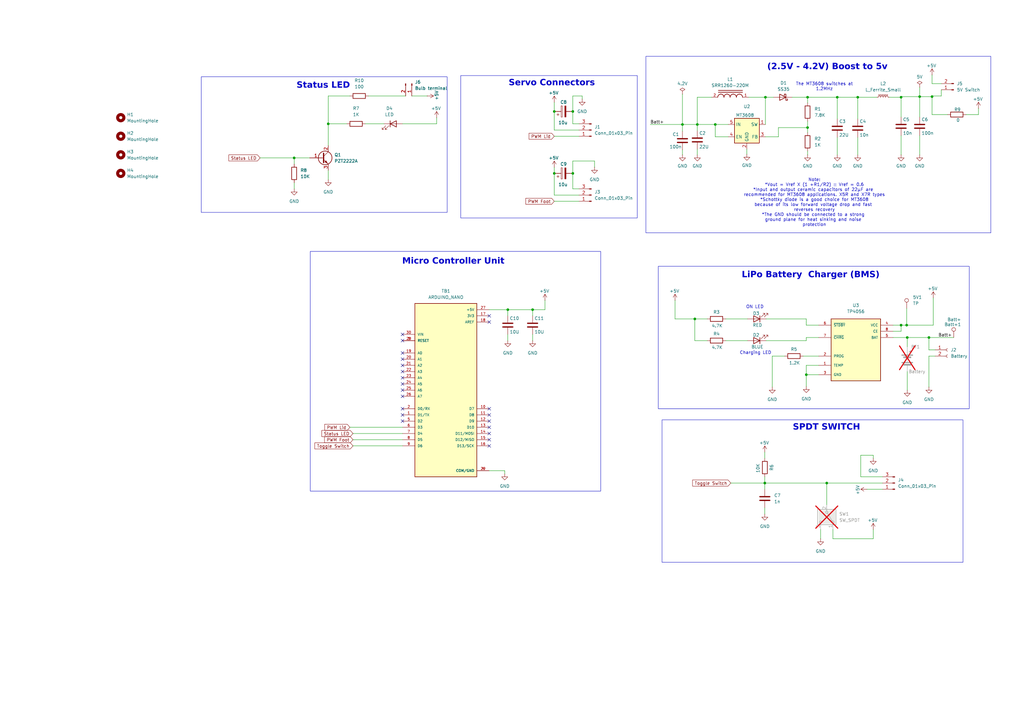
<source format=kicad_sch>
(kicad_sch (version 20231120) (generator "eeschema") (generator_version "8.0")
  (paper "A3")
  (lib_symbols
    (symbol "ARDUINO_NANO:ARDUINO_NANO" (pin_names (offset 1.016))
      (property "Reference" "TB" (at -12.7 35.56 0))
      (property "Value" "ARDUINO_NANO" (at -12.7 -38.1 0))
      (symbol "ARDUINO_NANO_0_0"
        (rectangle (start -12.7 -35.56) (end 12.7 35.56) (stroke (width 0.254)) (fill (type background)))
        (pin bidirectional line (at -17.78 -10.16 0) (length 5.08) (name "D1/TX") (number "1"))
        (pin bidirectional line (at 17.78 -7.62 180) (length 5.08) (name "D7") (number "10"))
        (pin bidirectional line (at 17.78 -10.16 180) (length 5.08) (name "D8") (number "11"))
        (pin bidirectional line (at 17.78 -12.7 180) (length 5.08) (name "D9") (number "12"))
        (pin bidirectional line (at 17.78 -15.24 180) (length 5.08) (name "D10") (number "13"))
        (pin bidirectional line (at 17.78 -17.78 180) (length 5.08) (name "D11/MOSI") (number "14"))
        (pin bidirectional line (at 17.78 -20.32 180) (length 5.08) (name "D12/MISO") (number "15"))
        (pin bidirectional line (at 17.78 -22.86 180) (length 5.08) (name "D13/SCK") (number "16"))
        (pin power_in line (at 17.78 30.48 180) (length 5.08) (name "3V3") (number "17"))
        (pin power_in line (at 17.78 27.94 180) (length 5.08) (name "AREF") (number "18"))
        (pin input line (at -17.78 15.24 0) (length 5.08) (name "A0") (number "19"))
        (pin bidirectional line (at -17.78 -7.62 0) (length 5.08) (name "D0/RX") (number "2"))
        (pin input line (at -17.78 12.7 0) (length 5.08) (name "A1") (number "20"))
        (pin input line (at -17.78 10.16 0) (length 5.08) (name "A2") (number "21"))
        (pin input line (at -17.78 7.62 0) (length 5.08) (name "A3") (number "22"))
        (pin input line (at -17.78 5.08 0) (length 5.08) (name "A4") (number "23"))
        (pin input line (at -17.78 2.54 0) (length 5.08) (name "A5") (number "24"))
        (pin input line (at -17.78 0 0) (length 5.08) (name "A6") (number "25"))
        (pin input line (at -17.78 -2.54 0) (length 5.08) (name "A7") (number "26"))
        (pin power_in line (at 17.78 33.02 180) (length 5.08) (name "+5V") (number "27"))
        (pin input line (at -17.78 20.32 0) (length 5.08) (name "RESET") (number "28"))
        (pin power_in line (at 17.78 -33.02 180) (length 5.08) (name "COM/GND") (number "29"))
        (pin input line (at -17.78 20.32 0) (length 5.08) (name "RESET") (number "3"))
        (pin input line (at -17.78 22.86 0) (length 5.08) (name "VIN") (number "30"))
        (pin power_in line (at 17.78 -33.02 180) (length 5.08) (name "COM/GND") (number "4"))
        (pin bidirectional line (at -17.78 -12.7 0) (length 5.08) (name "D2") (number "5"))
        (pin bidirectional line (at -17.78 -15.24 0) (length 5.08) (name "D3") (number "6"))
        (pin bidirectional line (at -17.78 -17.78 0) (length 5.08) (name "D4") (number "7"))
        (pin bidirectional line (at -17.78 -20.32 0) (length 5.08) (name "D5") (number "8"))
        (pin bidirectional line (at -17.78 -22.86 0) (length 5.08) (name "D6") (number "9"))
      )
    )
    (symbol "Connector:Conn_01x02_Pin" (pin_names (offset 1.016) hide)
      (property "Reference" "J" (at 0 2.54 0))
      (property "Value" "Conn_01x02_Pin" (at 0 -5.08 0))
      (symbol "Conn_01x02_Pin_1_1"
        (polyline (pts (xy 1.27 -2.54) (xy 0.8636 -2.54)) (stroke (width 0.1524)))
        (polyline (pts (xy 1.27 0) (xy 0.8636 0)) (stroke (width 0.1524)))
        (rectangle (start 0.8636 -2.413) (end 0 -2.667) (stroke (width 0.1524)) (fill (type outline)))
        (rectangle (start 0.8636 0.127) (end 0 -0.127) (stroke (width 0.1524)) (fill (type outline)))
        (pin passive line (at 5.08 0 180) (length 3.81) (name "Pin_1") (number "1"))
        (pin passive line (at 5.08 -2.54 180) (length 3.81) (name "Pin_2") (number "2"))
      )
    )
    (symbol "Connector:Conn_01x02_Socket" (pin_names (offset 1.016) hide)
      (property "Reference" "J" (at 0 2.54 0))
      (property "Value" "Conn_01x02_Socket" (at 0 -5.08 0))
      (symbol "Conn_01x02_Socket_1_1"
        (arc (start 0 -2.032) (mid -0.5058 -2.54) (end 0 -3.048) (stroke (width 0.1524)))
        (polyline (pts (xy -1.27 -2.54) (xy -0.508 -2.54)) (stroke (width 0.1524)))
        (polyline (pts (xy -1.27 0) (xy -0.508 0)) (stroke (width 0.1524)))
        (arc (start 0 0.508) (mid -0.5058 0) (end 0 -0.508) (stroke (width 0.1524)))
        (pin passive line (at -5.08 0 0) (length 3.81) (name "Pin_1") (number "1"))
        (pin passive line (at -5.08 -2.54 0) (length 3.81) (name "Pin_2") (number "2"))
      )
    )
    (symbol "Connector:Conn_01x03_Pin" (pin_names (offset 1.016) hide)
      (property "Reference" "J" (at 0 5.08 0))
      (property "Value" "Conn_01x03_Pin" (at 0 -5.08 0))
      (symbol "Conn_01x03_Pin_1_1"
        (polyline (pts (xy 1.27 -2.54) (xy 0.8636 -2.54)) (stroke (width 0.1524)))
        (polyline (pts (xy 1.27 0) (xy 0.8636 0)) (stroke (width 0.1524)))
        (polyline (pts (xy 1.27 2.54) (xy 0.8636 2.54)) (stroke (width 0.1524)))
        (rectangle (start 0.8636 -2.413) (end 0 -2.667) (stroke (width 0.1524)) (fill (type outline)))
        (rectangle (start 0.8636 0.127) (end 0 -0.127) (stroke (width 0.1524)) (fill (type outline)))
        (rectangle (start 0.8636 2.667) (end 0 2.413) (stroke (width 0.1524)) (fill (type outline)))
        (pin passive line (at 5.08 2.54 180) (length 3.81) (name "Pin_1") (number "1"))
        (pin passive line (at 5.08 0 180) (length 3.81) (name "Pin_2") (number "2"))
        (pin passive line (at 5.08 -2.54 180) (length 3.81) (name "Pin_3") (number "3"))
      )
    )
    (symbol "Connector:TestPoint" (pin_numbers hide) (pin_names (offset 0.762) hide)
      (property "Reference" "TP" (at 0 6.858 0))
      (property "Value" "TestPoint" (at 0 5.08 0))
      (symbol "TestPoint_0_1"
        (circle (center 0 3.302) (radius 0.762))
      )
      (symbol "TestPoint_1_1"
        (pin passive line (at 0 0 90) (length 2.54) (name "1") (number "1"))
      )
    )
    (symbol "Device:Battery" (pin_numbers hide) (pin_names (offset 0) hide)
      (property "Reference" "BT" (at 2.54 2.54 0))
      (property "Value" "Battery" (at 2.54 0 0))
      (symbol "Battery_0_1"
        (rectangle (start -2.286 -1.27) (end 2.286 -1.524) (fill (type outline)))
        (rectangle (start -2.286 1.778) (end 2.286 1.524) (fill (type outline)))
        (rectangle (start -1.524 -2.032) (end 1.524 -2.54) (fill (type outline)))
        (rectangle (start -1.524 1.016) (end 1.524 0.508) (fill (type outline)))
        (polyline (pts (xy 0 -1.016) (xy 0 -0.762)))
        (polyline (pts (xy 0 -0.508) (xy 0 -0.254)))
        (polyline (pts (xy 0 0) (xy 0 0.254)))
        (polyline (pts (xy 0 1.778) (xy 0 2.54)))
        (polyline (pts (xy 0.762 3.048) (xy 1.778 3.048)) (stroke (width 0.254)))
        (polyline (pts (xy 1.27 3.556) (xy 1.27 2.54)) (stroke (width 0.254)))
      )
      (symbol "Battery_1_1"
        (pin passive line (at 0 5.08 270) (length 2.54) (name "+") (number "1"))
        (pin passive line (at 0 -5.08 90) (length 2.54) (name "-") (number "2"))
      )
    )
    (symbol "Device:C" (pin_numbers hide) (pin_names (offset 0.254))
      (property "Reference" "C" (at 0.635 2.54 0))
      (property "Value" "C" (at 0.635 -2.54 0))
      (symbol "C_0_1"
        (polyline (pts (xy -2.032 -0.762) (xy 2.032 -0.762)) (stroke (width 0.508)))
        (polyline (pts (xy -2.032 0.762) (xy 2.032 0.762)) (stroke (width 0.508)))
      )
      (symbol "C_1_1"
        (pin passive line (at 0 3.81 270) (length 2.794) (name "~") (number "1"))
        (pin passive line (at 0 -3.81 90) (length 2.794) (name "~") (number "2"))
      )
    )
    (symbol "Device:C_Polarized" (pin_numbers hide) (pin_names (offset 0.254))
      (property "Reference" "C" (at 0.635 2.54 0))
      (property "Value" "C_Polarized" (at 0.635 -2.54 0))
      (symbol "C_Polarized_0_1"
        (rectangle (start -2.286 0.508) (end 2.286 1.016))
        (polyline (pts (xy -1.778 2.286) (xy -0.762 2.286)))
        (polyline (pts (xy -1.27 2.794) (xy -1.27 1.778)))
        (rectangle (start 2.286 -0.508) (end -2.286 -1.016) (fill (type outline)))
      )
      (symbol "C_Polarized_1_1"
        (pin passive line (at 0 3.81 270) (length 2.794) (name "~") (number "1"))
        (pin passive line (at 0 -3.81 90) (length 2.794) (name "~") (number "2"))
      )
    )
    (symbol "Device:LED" (pin_numbers hide) (pin_names (offset 1.016) hide)
      (property "Reference" "D" (at 0 2.54 0))
      (property "Value" "LED" (at 0 -2.54 0))
      (symbol "LED_0_1"
        (polyline (pts (xy -1.27 -1.27) (xy -1.27 1.27)) (stroke (width 0.254)))
        (polyline (pts (xy -1.27 0) (xy 1.27 0)))
        (polyline (pts (xy 1.27 -1.27) (xy 1.27 1.27) (xy -1.27 0) (xy 1.27 -1.27)) (stroke (width 0.254)))
        (polyline (pts (xy -3.048 -0.762) (xy -4.572 -2.286) (xy -3.81 -2.286) (xy -4.572 -2.286) (xy -4.572 -1.524)))
        (polyline (pts (xy -1.778 -0.762) (xy -3.302 -2.286) (xy -2.54 -2.286) (xy -3.302 -2.286) (xy -3.302 -1.524)))
      )
      (symbol "LED_1_1"
        (pin passive line (at -3.81 0 0) (length 2.54) (name "K") (number "1"))
        (pin passive line (at 3.81 0 180) (length 2.54) (name "A") (number "2"))
      )
    )
    (symbol "Device:L_Ferrite_Small" (pin_numbers hide) (pin_names (offset 0.254) hide)
      (property "Reference" "L" (at 1.27 1.016 0))
      (property "Value" "L_Ferrite_Small" (at 1.27 -1.27 0))
      (symbol "L_Ferrite_Small_0_1"
        (arc (start 0 -2.032) (mid 0.5058 -1.524) (end 0 -1.016))
        (arc (start 0 -1.016) (mid 0.5058 -0.508) (end 0 0))
        (polyline (pts (xy 0.762 -1.905) (xy 0.762 -1.651)))
        (polyline (pts (xy 0.762 -1.397) (xy 0.762 -1.143)))
        (polyline (pts (xy 0.762 -0.889) (xy 0.762 -0.635)))
        (polyline (pts (xy 0.762 -0.381) (xy 0.762 -0.127)))
        (polyline (pts (xy 0.762 0.127) (xy 0.762 0.381)))
        (polyline (pts (xy 0.762 0.635) (xy 0.762 0.889)))
        (polyline (pts (xy 0.762 1.143) (xy 0.762 1.397)))
        (polyline (pts (xy 0.762 1.651) (xy 0.762 1.905)))
        (polyline (pts (xy 1.016 -1.651) (xy 1.016 -1.905)))
        (polyline (pts (xy 1.016 -1.143) (xy 1.016 -1.397)))
        (polyline (pts (xy 1.016 -0.635) (xy 1.016 -0.889)))
        (polyline (pts (xy 1.016 -0.127) (xy 1.016 -0.381)))
        (polyline (pts (xy 1.016 0.381) (xy 1.016 0.127)))
        (polyline (pts (xy 1.016 0.889) (xy 1.016 0.635)))
        (polyline (pts (xy 1.016 1.397) (xy 1.016 1.143)))
        (polyline (pts (xy 1.016 1.905) (xy 1.016 1.651)))
        (arc (start 0 0) (mid 0.5058 0.508) (end 0 1.016))
        (arc (start 0 1.016) (mid 0.5058 1.524) (end 0 2.032))
      )
      (symbol "L_Ferrite_Small_1_1"
        (pin passive line (at 0 2.54 270) (length 0.508) (name "~") (number "1"))
        (pin passive line (at 0 -2.54 90) (length 0.508) (name "~") (number "2"))
      )
    )
    (symbol "Device:R" (pin_numbers hide) (pin_names (offset 0))
      (property "Reference" "R" (at 2.032 0 90))
      (property "Value" "R" (at 0 0 90))
      (symbol "R_0_1"
        (rectangle (start -1.016 -2.54) (end 1.016 2.54) (stroke (width 0.254)))
      )
      (symbol "R_1_1"
        (pin passive line (at 0 3.81 270) (length 1.27) (name "~") (number "1"))
        (pin passive line (at 0 -3.81 90) (length 1.27) (name "~") (number "2"))
      )
    )
    (symbol "Diode:SS35" (pin_numbers hide) (pin_names (offset 1.016) hide)
      (property "Reference" "D" (at 0 2.54 0))
      (property "Value" "SS35" (at 0 -2.54 0))
      (symbol "SS35_0_1"
        (polyline (pts (xy 1.27 0) (xy -1.27 0)))
        (polyline (pts (xy 1.27 1.27) (xy 1.27 -1.27) (xy -1.27 0) (xy 1.27 1.27)) (stroke (width 0.254)))
        (polyline (pts (xy -1.905 0.635) (xy -1.905 1.27) (xy -1.27 1.27) (xy -1.27 -1.27) (xy -0.635 -1.27) (xy -0.635 -0.635)) (stroke (width 0.254)))
      )
      (symbol "SS35_1_1"
        (pin passive line (at -3.81 0 0) (length 2.54) (name "K") (number "1"))
        (pin passive line (at 3.81 0 180) (length 2.54) (name "A") (number "2"))
      )
    )
    (symbol "Mechanical:MountingHole" (pin_names (offset 1.016)) (exclude_from_sim yes) (in_bom no)
      (property "Reference" "H" (at 0 5.08 0))
      (property "Value" "MountingHole" (at 0 3.175 0))
      (symbol "MountingHole_0_1"
        (circle (center 0 0) (radius 1.27) (stroke (width 1.27)))
      )
    )
    (symbol "Power inductor:SRR1260-220M" (pin_names (offset 1.016))
      (property "Reference" "L" (at 2.0345 5.8493 0))
      (property "Value" "SRR1260-220M" (at 1.781 -7.633 0))
      (symbol "SRR1260-220M_0_0"
        (arc (start 0 -5.08) (mid 0.898 -4.708) (end 1.27 -3.81) (stroke (width 0.254)))
        (arc (start 0 -2.54) (mid 0.898 -2.168) (end 1.27 -1.27) (stroke (width 0.254)))
        (polyline (pts (xy 2.032 4.826) (xy 2.032 -5.08)) (stroke (width 0.254)))
        (polyline (pts (xy 2.794 4.826) (xy 2.794 -5.08)) (stroke (width 0.254)))
        (arc (start 0 0) (mid 0.898 0.372) (end 1.27 1.27) (stroke (width 0.254)))
        (arc (start 0 2.54) (mid 0.898 2.912) (end 1.27 3.81) (stroke (width 0.254)))
        (arc (start 1.27 -3.81) (mid 0.898 -2.912) (end 0 -2.54) (stroke (width 0.254)))
        (arc (start 1.27 -1.27) (mid 0.898 -0.372) (end 0 0) (stroke (width 0.254)))
        (arc (start 1.27 1.27) (mid 0.898 2.168) (end 0 2.54) (stroke (width 0.254)))
        (arc (start 1.27 3.81) (mid 0.898 4.708) (end 0 5.08) (stroke (width 0.254)))
        (pin passive line (at 0 -7.62 90) (length 2.54) (name "~") (number "1"))
        (pin passive line (at 0 7.62 270) (length 2.54) (name "~") (number "2"))
      )
    )
    (symbol "Regulator_Switching:MT3608"
      (property "Reference" "U" (at -2.54 8.89 0))
      (property "Value" "MT3608" (at -3.81 6.35 0))
      (symbol "MT3608_0_1"
        (rectangle (start -5.08 5.08) (end 5.08 -5.08) (stroke (width 0.254)) (fill (type background)))
      )
      (symbol "MT3608_1_1"
        (pin passive line (at 7.62 2.54 180) (length 2.54) (name "SW") (number "1"))
        (pin power_in line (at 0 -7.62 90) (length 2.54) (name "GND") (number "2"))
        (pin input line (at 7.62 -2.54 180) (length 2.54) (name "FB") (number "3"))
        (pin input line (at -7.62 -2.54 0) (length 2.54) (name "EN") (number "4"))
        (pin power_in line (at -7.62 2.54 0) (length 2.54) (name "IN") (number "5"))
        (pin no_connect line (at 5.08 0 180) (length 2.54) hide (name "NC") (number "6"))
      )
    )
    (symbol "Switch:SW_SPDT" (pin_names (offset 0) hide)
      (property "Reference" "SW" (at 0 5.08 0))
      (property "Value" "SW_SPDT" (at 0 -5.08 0))
      (symbol "SW_SPDT_0_1"
        (circle (center -2.032 0) (radius 0.4572))
        (polyline (pts (xy -1.651 0.254) (xy 1.651 2.286)))
        (circle (center 2.032 -2.54) (radius 0.4572))
        (circle (center 2.032 2.54) (radius 0.4572))
      )
      (symbol "SW_SPDT_1_1"
        (rectangle (start -3.175 3.81) (end 3.175 -3.81) (fill (type background)))
        (pin passive line (at 5.08 2.54 180) (length 2.54) (name "A") (number "1"))
        (pin passive line (at -5.08 0 0) (length 2.54) (name "B") (number "2"))
        (pin passive line (at 5.08 -2.54 180) (length 2.54) (name "C") (number "3"))
      )
    )
    (symbol "TP4056:TP4056" (pin_names (offset 1.016))
      (property "Reference" "U14" (at 0 18.288 0))
      (property "Value" "TP4056" (at 0 15.748 0))
      (symbol "TP4056_0_0"
        (rectangle (start -10.16 12.7) (end 10.16 -12.7) (stroke (width 0.254)) (fill (type background)))
        (pin input line (at -15.24 -6.35 0) (length 5.08) (name "TEMP") (number "1"))
        (pin bidirectional line (at -15.24 -2.54 0) (length 5.08) (name "PROG") (number "2"))
        (pin power_in line (at -15.24 -10.16 0) (length 5.08) (name "GND") (number "3"))
        (pin power_in line (at 15.24 10.16 180) (length 5.08) (name "VCC") (number "4"))
        (pin output line (at 15.24 5.08 180) (length 5.08) (name "BAT") (number "5"))
        (pin output line (at -15.24 10.16 0) (length 5.08) (name "~{STDBY}") (number "6"))
        (pin output line (at -15.24 5.08 0) (length 5.08) (name "~{CHRG}") (number "7"))
        (pin input line (at 15.24 7.62 180) (length 5.08) (name "CE") (number "8"))
      )
    )
    (symbol "Transistor_BJT:PZT2222A" (pin_names (offset 0) hide)
      (property "Reference" "Q" (at 5.08 1.905 0))
      (property "Value" "PZT2222A" (at 5.08 0 0))
      (symbol "PZT2222A_0_1"
        (polyline (pts (xy 0 0) (xy 0.635 0)))
        (polyline (pts (xy 2.54 -2.54) (xy 0.635 -0.635)))
        (polyline (pts (xy 2.54 2.54) (xy 0.635 0.635)))
        (polyline (pts (xy 0.635 1.905) (xy 0.635 -1.905) (xy 0.635 -1.905)) (stroke (width 0.508)))
        (polyline (pts (xy 2.286 -2.286) (xy 1.778 -1.778) (xy 1.778 -1.778)))
        (polyline (pts (xy 1.143 -1.651) (xy 1.651 -1.143) (xy 2.159 -2.159) (xy 1.143 -1.651) (xy 1.143 -1.651)) (fill (type outline)))
        (circle (center 1.27 0) (radius 2.8194) (stroke (width 0.254)))
      )
      (symbol "PZT2222A_1_1"
        (pin input line (at -5.08 0 0) (length 5.08) (name "B") (number "1"))
        (pin passive line (at 2.54 5.08 270) (length 2.54) (name "C") (number "2"))
        (pin passive line (at 2.54 -5.08 90) (length 2.54) (name "E") (number "3"))
      )
    )
    (symbol "power:+5V" (power) (pin_numbers hide) (pin_names (offset 0) hide)
      (property "Value" "+5V" (at 0 3.556 0))
      (symbol "+5V_0_1"
        (polyline (pts (xy -0.762 1.27) (xy 0 2.54)))
        (polyline (pts (xy 0 0) (xy 0 2.54)))
        (polyline (pts (xy 0 2.54) (xy 0.762 1.27)))
      )
      (symbol "+5V_1_1"
        (pin power_in line (at 0 0 90) (length 0) (name "~") (number "1"))
      )
    )
    (symbol "power:GND" (power) (pin_numbers hide) (pin_names (offset 0) hide)
      (property "Value" "GND" (at 0 -3.81 0))
      (symbol "GND_0_1"
        (polyline (pts (xy 0 0) (xy 0 -1.27) (xy 1.27 -1.27) (xy 0 -2.54) (xy -1.27 -1.27) (xy 0 -1.27)))
      )
      (symbol "GND_1_1"
        (pin power_in line (at 0 0 270) (length 0) (name "~") (number "1"))
      )
    )
    (symbol "power:PWR_FLAG" (power) (pin_numbers hide) (pin_names (offset 0) hide)
      (property "Value" "PWR_FLAG" (at 0 3.81 0))
      (symbol "PWR_FLAG_0_0"
        (pin power_out line (at 0 0 90) (length 0) (name "~") (number "1"))
      )
      (symbol "PWR_FLAG_0_1"
        (polyline (pts (xy 0 0) (xy 0 1.27) (xy -1.016 1.905) (xy 0 2.54) (xy 1.016 1.905) (xy 0 1.27)))
      )
    )
  )
  (junction (at 293.37 51.054))
  (junction (at 218.44 127))
  (junction (at 331.216 39.878))
  (junction (at 234.95 45.72))
  (junction (at 208.28 127))
  (junction (at 381 138.43))
  (junction (at 377.19 39.624))
  (junction (at 330.708 153.67))
  (junction (at 351.79 39.878))
  (junction (at 371.856 133.35))
  (junction (at 234.95 71.12))
  (junction (at 313.944 39.878))
  (junction (at 134.62 50.8))
  (junction (at 382.27 39.624))
  (junction (at 369.57 133.35))
  (junction (at 227.33 71.12))
  (junction (at 120.65 64.77))
  (junction (at 227.33 45.72))
  (junction (at 331.216 52.324))
  (junction (at 279.908 51.054))
  (junction (at 286.004 51.054))
  (junction (at 372.11 138.43))
  (junction (at 284.988 130.81))
  (junction (at 313.69 198.12))
  (junction (at 343.408 39.878))
  (junction (at 339.09 198.12))
  (junction (at 369.57 39.878))
  (no_connect (at 165.1 147.32))
  (no_connect (at 165.1 160.02))
  (no_connect (at 200.66 170.18))
  (no_connect (at 200.66 177.8))
  (no_connect (at 200.66 175.26))
  (no_connect (at 165.1 139.7))
  (no_connect (at 200.66 132.08))
  (no_connect (at 165.1 172.72))
  (no_connect (at 200.66 129.54))
  (no_connect (at 165.1 167.64))
  (no_connect (at 200.66 182.88))
  (no_connect (at 200.66 167.64))
  (no_connect (at 165.1 162.56))
  (no_connect (at 165.1 157.48))
  (no_connect (at 165.1 154.94))
  (no_connect (at 200.66 180.34))
  (no_connect (at 165.1 152.4))
  (no_connect (at 165.1 144.78))
  (no_connect (at 165.1 149.86))
  (no_connect (at 165.1 137.16))
  (no_connect (at 165.1 170.18))
  (no_connect (at 200.66 172.72))
  (wire (pts (xy 237.49 77.47) (xy 234.95 77.47)))
  (wire (pts (xy 234.95 71.12) (xy 234.95 66.04)))
  (wire (pts (xy 286.004 39.878) (xy 291.846 39.878)))
  (wire (pts (xy 227.33 55.88) (xy 237.49 55.88)))
  (wire (pts (xy 218.44 137.16) (xy 218.44 139.7)))
  (wire (pts (xy 179.07 50.8) (xy 179.07 48.26)))
  (wire (pts (xy 218.44 127) (xy 223.52 127)))
  (wire (pts (xy 381 158.75) (xy 381 146.05)))
  (wire (pts (xy 266.7 51.054) (xy 279.908 51.054)))
  (wire (pts (xy 134.62 50.8) (xy 134.62 39.37)))
  (wire (pts (xy 329.438 146.05) (xy 335.788 146.05)))
  (wire (pts (xy 391.16 138.43) (xy 381 138.43)))
  (wire (pts (xy 369.57 39.624) (xy 369.57 39.878)))
  (wire (pts (xy 234.95 77.47) (xy 234.95 71.12)))
  (wire (pts (xy 227.33 71.12) (xy 227.33 80.01)))
  (wire (pts (xy 298.704 56.134) (xy 293.37 56.134)))
  (wire (pts (xy 382.27 39.37) (xy 386.08 39.37)))
  (wire (pts (xy 313.69 198.12) (xy 339.09 198.12)))
  (wire (pts (xy 238.76 39.37) (xy 238.76 40.64)))
  (wire (pts (xy 351.79 39.878) (xy 359.664 39.878)))
  (wire (pts (xy 382.27 39.624) (xy 377.19 39.624)))
  (wire (pts (xy 371.856 126.492) (xy 371.856 133.35)))
  (wire (pts (xy 314.198 139.7) (xy 330.708 139.7)))
  (wire (pts (xy 366.268 133.35) (xy 369.57 133.35)))
  (wire (pts (xy 144.78 177.8) (xy 165.1 177.8)))
  (wire (pts (xy 381 138.43) (xy 381 143.51)))
  (wire (pts (xy 227.33 82.55) (xy 237.49 82.55)))
  (wire (pts (xy 371.856 133.35) (xy 382.778 133.35)))
  (wire (pts (xy 369.57 39.624) (xy 377.19 39.624)))
  (wire (pts (xy 372.11 138.43) (xy 381 138.43)))
  (wire (pts (xy 227.33 53.34) (xy 237.49 53.34)))
  (wire (pts (xy 343.408 56.388) (xy 343.408 63.5)))
  (wire (pts (xy 227.33 41.91) (xy 227.33 45.72)))
  (wire (pts (xy 343.408 39.878) (xy 351.79 39.878)))
  (wire (pts (xy 279.908 51.054) (xy 286.004 51.054)))
  (wire (pts (xy 386.08 39.37) (xy 386.08 36.83)))
  (wire (pts (xy 313.69 195.58) (xy 313.69 198.12)))
  (wire (pts (xy 331.216 42.164) (xy 331.216 39.878)))
  (wire (pts (xy 319.278 56.134) (xy 319.278 52.324)))
  (wire (pts (xy 313.944 39.878) (xy 313.944 51.054)))
  (wire (pts (xy 293.37 56.134) (xy 293.37 51.054)))
  (wire (pts (xy 369.57 39.878) (xy 369.57 48.006)))
  (wire (pts (xy 364.744 39.878) (xy 369.57 39.878)))
  (wire (pts (xy 331.216 49.784) (xy 331.216 52.324)))
  (wire (pts (xy 331.216 39.878) (xy 343.408 39.878)))
  (wire (pts (xy 330.708 153.67) (xy 335.788 153.67)))
  (wire (pts (xy 134.62 69.85) (xy 134.62 73.66)))
  (wire (pts (xy 276.86 130.81) (xy 276.86 123.19)))
  (wire (pts (xy 149.86 50.8) (xy 157.48 50.8)))
  (wire (pts (xy 353.06 195.58) (xy 353.06 186.69)))
  (wire (pts (xy 286.004 51.054) (xy 286.004 53.594)))
  (wire (pts (xy 335.788 149.86) (xy 330.708 149.86)))
  (wire (pts (xy 286.004 61.214) (xy 286.004 63.5)))
  (wire (pts (xy 330.708 139.7) (xy 330.708 138.43)))
  (wire (pts (xy 369.57 135.89) (xy 369.57 133.35)))
  (wire (pts (xy 381 143.51) (xy 383.54 143.51)))
  (wire (pts (xy 331.216 61.976) (xy 331.216 63.5)))
  (wire (pts (xy 297.688 139.7) (xy 306.578 139.7)))
  (wire (pts (xy 279.908 61.468) (xy 279.908 63.5)))
  (wire (pts (xy 165.1 50.8) (xy 179.07 50.8)))
  (wire (pts (xy 331.216 52.324) (xy 331.216 54.356)))
  (wire (pts (xy 382.27 34.29) (xy 386.08 34.29)))
  (wire (pts (xy 134.62 50.8) (xy 142.24 50.8)))
  (wire (pts (xy 353.06 186.69) (xy 358.14 186.69)))
  (wire (pts (xy 290.068 139.7) (xy 284.988 139.7)))
  (wire (pts (xy 351.79 56.388) (xy 351.79 63.5)))
  (wire (pts (xy 358.14 220.98) (xy 358.14 217.17)))
  (wire (pts (xy 120.65 64.77) (xy 127 64.77)))
  (wire (pts (xy 299.72 198.12) (xy 313.69 198.12)))
  (wire (pts (xy 351.79 39.878) (xy 351.79 48.768)))
  (wire (pts (xy 372.11 138.43) (xy 372.11 142.24)))
  (wire (pts (xy 227.33 45.72) (xy 227.33 53.34)))
  (wire (pts (xy 151.13 39.37) (xy 166.37 39.37)))
  (wire (pts (xy 144.78 180.34) (xy 165.1 180.34)))
  (wire (pts (xy 290.068 130.81) (xy 284.988 130.81)))
  (wire (pts (xy 106.68 64.77) (xy 120.65 64.77)))
  (wire (pts (xy 313.69 210.82) (xy 313.69 208.28)))
  (wire (pts (xy 388.62 46.99) (xy 382.27 46.99)))
  (wire (pts (xy 366.268 138.43) (xy 372.11 138.43)))
  (wire (pts (xy 208.28 137.16) (xy 208.28 139.7)))
  (wire (pts (xy 313.944 56.134) (xy 319.278 56.134)))
  (wire (pts (xy 307.086 39.878) (xy 313.944 39.878)))
  (wire (pts (xy 330.708 149.86) (xy 330.708 153.67)))
  (wire (pts (xy 339.09 198.12) (xy 361.95 198.12)))
  (wire (pts (xy 284.988 130.81) (xy 276.86 130.81)))
  (wire (pts (xy 341.63 217.17) (xy 341.63 220.98)))
  (wire (pts (xy 314.198 130.81) (xy 330.708 130.81)))
  (wire (pts (xy 396.24 46.99) (xy 401.32 46.99)))
  (wire (pts (xy 369.57 133.35) (xy 371.856 133.35)))
  (wire (pts (xy 382.27 39.624) (xy 382.27 46.99)))
  (wire (pts (xy 330.708 158.496) (xy 330.708 153.67)))
  (wire (pts (xy 336.55 217.17) (xy 336.55 220.98)))
  (wire (pts (xy 369.57 55.626) (xy 369.57 63.5)))
  (wire (pts (xy 279.908 38.608) (xy 279.908 51.054)))
  (wire (pts (xy 313.944 39.878) (xy 317.246 39.878)))
  (wire (pts (xy 343.408 48.768) (xy 343.408 39.878)))
  (wire (pts (xy 298.704 51.054) (xy 293.37 51.054)))
  (wire (pts (xy 297.688 130.81) (xy 306.578 130.81)))
  (wire (pts (xy 330.708 133.35) (xy 335.788 133.35)))
  (wire (pts (xy 208.28 127) (xy 218.44 127)))
  (wire (pts (xy 207.01 193.04) (xy 207.01 194.31)))
  (wire (pts (xy 377.19 48.006) (xy 377.19 39.624)))
  (wire (pts (xy 382.778 122.174) (xy 382.778 133.35)))
  (wire (pts (xy 366.268 135.89) (xy 369.57 135.89)))
  (wire (pts (xy 218.44 127) (xy 218.44 129.54)))
  (wire (pts (xy 134.62 39.37) (xy 143.51 39.37)))
  (wire (pts (xy 175.26 39.37) (xy 168.91 39.37)))
  (wire (pts (xy 234.95 50.8) (xy 234.95 45.72)))
  (wire (pts (xy 200.66 193.04) (xy 207.01 193.04)))
  (wire (pts (xy 200.66 127) (xy 208.28 127)))
  (wire (pts (xy 237.49 50.8) (xy 234.95 50.8)))
  (wire (pts (xy 382.27 39.37) (xy 382.27 39.624)))
  (wire (pts (xy 286.004 51.054) (xy 293.37 51.054)))
  (wire (pts (xy 330.708 130.81) (xy 330.708 133.35)))
  (wire (pts (xy 330.708 138.43) (xy 335.788 138.43)))
  (wire (pts (xy 223.52 127) (xy 223.52 123.19)))
  (wire (pts (xy 339.09 198.12) (xy 339.09 207.01)))
  (wire (pts (xy 120.65 64.77) (xy 120.65 67.31)))
  (wire (pts (xy 324.866 39.878) (xy 331.216 39.878)))
  (wire (pts (xy 227.33 80.01) (xy 237.49 80.01)))
  (wire (pts (xy 319.278 52.324) (xy 331.216 52.324)))
  (wire (pts (xy 234.95 39.37) (xy 238.76 39.37)))
  (wire (pts (xy 134.62 59.69) (xy 134.62 50.8)))
  (wire (pts (xy 316.738 146.05) (xy 316.738 158.75)))
  (wire (pts (xy 313.69 198.12) (xy 313.69 200.66)))
  (wire (pts (xy 341.63 220.98) (xy 358.14 220.98)))
  (wire (pts (xy 143.51 175.26) (xy 165.1 175.26)))
  (wire (pts (xy 381 146.05) (xy 383.54 146.05)))
  (wire (pts (xy 286.004 39.878) (xy 286.004 51.054)))
  (wire (pts (xy 321.818 146.05) (xy 316.738 146.05)))
  (wire (pts (xy 208.28 127) (xy 208.28 129.54)))
  (wire (pts (xy 377.19 35.814) (xy 377.19 39.624)))
  (wire (pts (xy 313.69 185.42) (xy 313.69 187.96)))
  (wire (pts (xy 372.11 152.4) (xy 372.11 160.02)))
  (wire (pts (xy 144.78 182.88) (xy 165.1 182.88)))
  (wire (pts (xy 306.324 61.214) (xy 306.324 63.246)))
  (wire (pts (xy 358.14 186.69) (xy 358.14 187.96)))
  (wire (pts (xy 234.95 66.04) (xy 243.84 66.04)))
  (wire (pts (xy 284.988 139.7) (xy 284.988 130.81)))
  (wire (pts (xy 401.32 46.99) (xy 401.32 44.45)))
  (wire (pts (xy 227.33 68.58) (xy 227.33 71.12)))
  (wire (pts (xy 361.95 195.58) (xy 353.06 195.58)))
  (wire (pts (xy 377.19 55.626) (xy 377.19 63.5)))
  (wire (pts (xy 355.6 200.66) (xy 361.95 200.66)))
  (wire (pts (xy 243.84 66.04) (xy 243.84 68.58)))
  (wire (pts (xy 279.908 51.054) (xy 279.908 53.848)))
  (wire (pts (xy 234.95 45.72) (xy 234.95 39.37)))
  (wire (pts (xy 382.27 30.734) (xy 382.27 34.29)))
  (wire (pts (xy 120.65 74.93) (xy 120.65 77.47)))
  (rectangle (start 127.254 103.124) (end 246.38 201.422))
  (rectangle (start 264.922 23.114) (end 406.4 95.504))
  (rectangle (start 188.976 30.988) (end 261.366 89.408))
  (rectangle (start 270.002 109.22) (end 397.51 167.64))
  (rectangle (start 271.526 172.212) (end 394.97 230.632))
  (rectangle (start 82.55 31.496) (end 183.388 87.122))
  (text "Micro Controller Unit" (at 185.928 107.95 0) (effects (font (size 2.54 2.54) (bold yes))))
  (text "LiPo Battery  Charger (BMS)" (at 332.486 113.538 0) (effects (font (size 2.54 2.54) (bold yes))))
  (text "ON LED" (at 309.626 125.984 0) (effects (font (size 1.27 1.27))))
  (text "SPDT SWITCH " (at 339.598 176.022 0) (effects (font (size 2.54 2.54) (bold yes))))
  (text "(2.5V - 4.2V) Boost to 5v" (at 339.344 28.194 0) (effects (font (size 2.54 2.54) (bold yes))))
  (text "Status LED" (at 132.588 35.814 0) (effects (font (size 2.54 2.54) (bold yes))))
  (text "Servo Connectors\n" (at 226.314 34.798 0) (effects (font (size 2.54 2.54) (bold yes))))
  (text "Note:\n*Vout = Vref X (1 +R1/R2) :: Vref = 0.6\n*Input and output ceramic capacitors of 22μF are \nrecommended for MT3608 applications. X5R and X7R types\n*Schottky diode is a good choice for MT3608\nbecause of its low forward voltage drop and fast \nreverses recovery\n*The GND should be connected to a strong \nground plane for heat sinking and noise \nprotection\n" (at 334.01 83.058 0) (effects (font (size 1.27 1.27))))
  (text "Charging LED" (at 309.88 144.78 0) (effects (font (size 1.27 1.27))))
  (text "The MT3608 switches at \n1.2MHz " (at 338.582 35.56 0) (effects (font (size 1.27 1.27))))
  (label "Batt+" (at 266.7 51.054 0))
  (label "Batt+" (at 384.81 138.43 0))
  (global_label "PWM Foot" (shape input) (at 144.78 180.34 180) (property "Intersheetrefs" "${INTERSHEET_REFS}" (effects (hide yes))))
  (global_label "PWM Lid" (shape input) (at 143.51 175.26 180) (property "Intersheetrefs" "${INTERSHEET_REFS}" (effects (hide yes))))
  (global_label "Toggle Switch" (shape input) (at 299.72 198.12 180) (property "Intersheetrefs" "${INTERSHEET_REFS}" (effects (hide yes))))
  (global_label "Status LED" (shape input) (at 106.68 64.77 180) (property "Intersheetrefs" "${INTERSHEET_REFS}" (effects (hide yes))))
  (global_label "Status LED" (shape input) (at 144.78 177.8 180) (property "Intersheetrefs" "${INTERSHEET_REFS}" (effects (hide yes))))
  (global_label "PWM Lid" (shape input) (at 227.33 55.88 180) (property "Intersheetrefs" "${INTERSHEET_REFS}" (effects (hide yes))))
  (global_label "PWM Foot" (shape input) (at 227.33 82.55 180) (property "Intersheetrefs" "${INTERSHEET_REFS}" (effects (hide yes))))
  (global_label "Toggle Switch" (shape input) (at 144.78 182.88 180) (property "Intersheetrefs" "${INTERSHEET_REFS}" (effects (hide yes))))
  (symbol (lib_id "Mechanical:MountingHole") (at 49.53 48.26 0) (unit 1) (exclude_from_sim yes) (in_bom no)
    (property "Reference" "H1" (at 52.07 46.9899 0) (effects (justify left)))
    (property "Value" "MountingHole" (at 52.07 49.5299 0) (effects (justify left)))
    (property "Footprint" "MountingHole:MountingHole_2.2mm_M2_ISO7380_Pad" (effects (hide yes)))
    (property "Description" "Mounting Hole without connection" (effects (hide yes)))
  )
  (symbol (lib_id "Connector:Conn_01x02_Pin") (at 168.91 34.29 270) (unit 1)
    (property "Reference" "J6" (at 170.18 33.6549 90) (effects (justify left)))
    (property "Value" "Bulb terminal" (at 170.18 36.1949 90) (effects (justify left)))
    (property "Footprint" "Connector_PinHeader_2.54mm:PinHeader_1x02_P2.54mm_Vertical" (effects (hide yes)))
    (property "Description" "Generic connector, single row, 01x02, script generated" (effects (hide yes)))
  )
  (symbol (lib_id "power:+5V") (at 179.07 48.26 0) (unit 1)
    (property "Reference" "#PWR025" (effects (hide yes)))
    (property "Value" "+5V" (at 178.816 44.45 0))
    (property "Description" "Power symbol creates a global label with name \"+5V\"" (effects (hide yes)))
  )
  (symbol (lib_id "power:GND") (at 331.216 63.5 0) (unit 1)
    (property "Reference" "#PWR04" (effects (hide yes)))
    (property "Value" "GND" (at 331.216 68.072 0))
    (property "Description" "Power symbol creates a global label with name \"GND\" , ground" (effects (hide yes)))
  )
  (symbol (lib_id "Device:LED") (at 161.29 50.8 0) (unit 1)
    (property "Reference" "D4" (at 159.7025 44.45 0))
    (property "Value" "LED" (at 159.7025 46.99 0))
    (property "Footprint" "LED_SMD:LED_0603_1608Metric" (effects (hide yes)))
    (property "Description" "Light emitting diode" (effects (hide yes)))
  )
  (symbol (lib_id "Device:R") (at 331.216 45.974 0) (unit 1)
    (property "Reference" "R1" (at 334.01 44.7039 0) (effects (justify left)))
    (property "Value" "7.8K" (at 334.01 47.2439 0) (effects (justify left)))
    (property "Footprint" "Resistor_SMD:R_0603_1608Metric" (effects (hide yes)))
    (property "Description" "Resistor" (effects (hide yes)))
  )
  (symbol (lib_id "Device:C") (at 286.004 57.404 0) (unit 1)
    (property "Reference" "C2" (at 286.766 54.61 0) (effects (justify left)))
    (property "Value" "22U" (at 286.766 60.198 0) (effects (justify left)))
    (property "Footprint" "Capacitor_SMD:C_0603_1608Metric" (effects (hide yes)))
    (property "Description" "Unpolarized capacitor" (effects (hide yes)))
  )
  (symbol (lib_id "power:GND") (at 286.004 63.5 0) (unit 1)
    (property "Reference" "#PWR02" (effects (hide yes)))
    (property "Value" "GND" (at 286.004 68.072 0))
    (property "Description" "Power symbol creates a global label with name \"GND\" , ground" (effects (hide yes)))
  )
  (symbol (lib_id "Device:C") (at 279.908 57.658 0) (unit 1)
    (property "Reference" "C1" (at 275.844 55.118 0) (effects (justify left)))
    (property "Value" "100n" (at 274.574 60.198 0) (effects (justify left)))
    (property "Footprint" "Capacitor_SMD:C_0603_1608Metric" (effects (hide yes)))
    (property "Description" "Unpolarized capacitor" (effects (hide yes)))
  )
  (symbol (lib_id "Connector:Conn_01x02_Socket") (at 388.62 143.51 0) (unit 1)
    (property "Reference" "J2" (at 389.89 143.5099 0) (effects (justify left)))
    (property "Value" "Battery" (at 389.89 146.0499 0) (effects (justify left)))
    (property "Footprint" "Connector_JST:JST_EH_B2B-EH-A_1x02_P2.50mm_Vertical" (effects (hide yes)))
    (property "Description" "Generic connector, single row, 01x02, script generated" (effects (hide yes)))
  )
  (symbol (lib_id "power:GND") (at 343.408 63.5 0) (unit 1)
    (property "Reference" "#PWR05" (effects (hide yes)))
    (property "Value" "GND" (at 343.408 68.072 0))
    (property "Description" "Power symbol creates a global label with name \"GND\" , ground" (effects (hide yes)))
  )
  (symbol (lib_id "Device:C") (at 218.44 133.35 0) (unit 1)
    (property "Reference" "C11" (at 219.202 130.556 0) (effects (justify left)))
    (property "Value" "10U" (at 219.202 136.144 0) (effects (justify left)))
    (property "Footprint" "Capacitor_SMD:C_0603_1608Metric" (effects (hide yes)))
    (property "Description" "Unpolarized capacitor" (effects (hide yes)))
  )
  (symbol (lib_id "power:GND") (at 120.65 77.47 0) (unit 1)
    (property "Reference" "#PWR026" (effects (hide yes)))
    (property "Value" "GND" (at 120.65 82.55 0))
    (property "Description" "Power symbol creates a global label with name \"GND\" , ground" (effects (hide yes)))
  )
  (symbol (lib_id "Regulator_Switching:MT3608") (at 306.324 53.594 0) (unit 1)
    (property "Reference" "U2" (at 306.324 43.688 0))
    (property "Value" "MT3608" (at 305.562 47.244 0))
    (property "Footprint" "Package_TO_SOT_SMD:SOT-23-6" (effects (hide yes)))
    (property "Datasheet" "https://www.olimex.com/Products/Breadboarding/BB-PWR-3608/resources/MT3608.pdf" (effects (hide yes)))
    (property "Description" "High Efficiency 1.2MHz 2A Step Up Converter, 2-24V Vin, 28V Vout, 4A current limit, 1.2MHz, SOT23-6" (effects (hide yes)))
  )
  (symbol (lib_id "ARDUINO_NANO:ARDUINO_NANO") (at 182.88 160.02 0) (unit 1)
    (property "Reference" "TB1" (at 182.88 119.38 0))
    (property "Value" "ARDUINO_NANO" (at 182.88 121.92 0))
    (property "Footprint" "Arduino Nano:MODULE_ABX00028" (effects (hide yes)))
    (property "MF" "Arduino" (effects (hide yes)))
    (property "Description_1" "\n                        \n                            Small, complete, and breadboard-friendly board based on the ATmega328 (Arduino Nano 3.x)\n                        \n" (effects (hide yes)))
    (property "Package" "Non-Standard Arduino" (effects (hide yes)))
    (property "Price" "None" (effects (hide yes)))
    (property "Check_prices" "https://www.snapeda.com/parts/Arduino%20Nano/Arduino/view-part/?ref=eda" (effects (hide yes)))
    (property "STANDARD" "Manufacturer Recommendations" (effects (hide yes)))
    (property "SnapEDA_Link" "https://www.snapeda.com/parts/Arduino%20Nano/Arduino/view-part/?ref=snap" (effects (hide yes)))
    (property "MP" "Arduino Nano" (effects (hide yes)))
    (property "Availability" "Not in stock" (effects (hide yes)))
    (property "MANUFACTURER" "ARDUINO" (effects (hide yes)))
  )
  (symbol (lib_id "Device:C") (at 369.57 51.816 0) (unit 1)
    (property "Reference" "C5" (at 370.332 49.022 0) (effects (justify left)))
    (property "Value" "10n" (at 370.332 54.61 0) (effects (justify left)))
    (property "Footprint" "Capacitor_SMD:C_0603_1608Metric" (effects (hide yes)))
    (property "Description" "Unpolarized capacitor" (effects (hide yes)))
  )
  (symbol (lib_id "Mechanical:MountingHole") (at 49.53 63.5 0) (unit 1) (exclude_from_sim yes) (in_bom no)
    (property "Reference" "H3" (at 52.07 62.2299 0) (effects (justify left)))
    (property "Value" "MountingHole" (at 52.07 64.7699 0) (effects (justify left)))
    (property "Footprint" "MountingHole:MountingHole_2.2mm_M2_ISO7380_Pad" (effects (hide yes)))
    (property "Description" "Mounting Hole without connection" (effects (hide yes)))
  )
  (symbol (lib_id "Device:R") (at 325.628 146.05 90) (unit 1)
    (property "Reference" "R5" (at 325.628 143.256 90))
    (property "Value" "1.2K" (at 325.882 148.844 90))
    (property "Footprint" "Resistor_SMD:R_0603_1608Metric" (effects (hide yes)))
    (property "Description" "Resistor" (effects (hide yes)))
  )
  (symbol (lib_id "Connector:Conn_01x03_Pin") (at 242.57 53.34 180) (unit 1)
    (property "Reference" "J1" (at 243.84 52.0699 0) (effects (justify right)))
    (property "Value" "Conn_01x03_Pin" (at 243.84 54.6099 0) (effects (justify right)))
    (property "Footprint" "Connector_PinHeader_2.54mm:PinHeader_1x03_P2.54mm_Vertical" (effects (hide yes)))
    (property "Description" "Generic connector, single row, 01x03, script generated" (effects (hide yes)))
  )
  (symbol (lib_id "Switch:SW_SPDT") (at 339.09 212.09 270) (unit 1) (exclude_from_sim yes) (in_bom no) (on_board no) (dnp yes)
    (property "Reference" "SW1" (at 344.17 210.8199 90) (effects (justify left)))
    (property "Value" "SW_SPDT" (at 344.17 213.3599 90) (effects (justify left)))
    (property "Description" "Switch, single pole double throw" (effects (hide yes)))
  )
  (symbol (lib_id "power:GND") (at 134.62 73.66 0) (unit 1)
    (property "Reference" "#PWR024" (effects (hide yes)))
    (property "Value" "GND" (at 134.62 78.74 0))
    (property "Description" "Power symbol creates a global label with name \"GND\" , ground" (effects (hide yes)))
  )
  (symbol (lib_id "power:GND") (at 381 158.75 0) (unit 1)
    (property "Reference" "#PWR027" (effects (hide yes)))
    (property "Value" "GND" (at 381 163.83 0))
    (property "Description" "Power symbol creates a global label with name \"GND\" , ground" (effects (hide yes)))
  )
  (symbol (lib_id "power:GND") (at 358.14 187.96 0) (unit 1)
    (property "Reference" "#PWR018" (effects (hide yes)))
    (property "Value" "GND" (at 358.14 193.04 0))
    (property "Description" "Power symbol creates a global label with name \"GND\" , ground" (effects (hide yes)))
  )
  (symbol (lib_id "power:GND") (at 218.44 139.7 0) (unit 1)
    (property "Reference" "#PWR031" (effects (hide yes)))
    (property "Value" "GND" (at 218.44 144.78 0))
    (property "Description" "Power symbol creates a global label with name \"GND\" , ground" (effects (hide yes)))
  )
  (symbol (lib_id "power:GND") (at 306.324 63.246 0) (unit 1)
    (property "Reference" "#PWR03" (effects (hide yes)))
    (property "Value" "GND" (at 306.324 67.818 0))
    (property "Description" "Power symbol creates a global label with name \"GND\" , ground" (effects (hide yes)))
  )
  (symbol (lib_id "Device:R") (at 392.43 46.99 90) (unit 1)
    (property "Reference" "R9" (at 392.684 44.958 90))
    (property "Value" "0" (at 392.938 49.276 90))
    (property "Footprint" "Resistor_SMD:R_0402_1005Metric" (effects (hide yes)))
    (property "Description" "Resistor" (effects (hide yes)))
  )
  (symbol (lib_id "Device:LED") (at 310.388 139.7 180) (unit 1)
    (property "Reference" "D2" (at 310.134 137.414 0))
    (property "Value" "BLUE" (at 310.642 142.24 0))
    (property "Footprint" "LED_SMD:LED_0402_1005Metric" (effects (hide yes)))
    (property "Description" "Light emitting diode" (effects (hide yes)))
  )
  (symbol (lib_id "Device:C_Polarized") (at 231.14 45.72 90) (unit 1)
    (property "Reference" "C8" (at 231.14 41.91 90))
    (property "Value" "10u" (at 230.886 50.292 90))
    (property "Footprint" "Capacitor_SMD:C_0603_1608Metric" (effects (hide yes)))
    (property "Description" "Polarized capacitor" (effects (hide yes)))
  )
  (symbol (lib_id "power:GND") (at 243.84 68.58 0) (unit 1)
    (property "Reference" "#PWR016" (effects (hide yes)))
    (property "Value" "GND" (at 243.84 73.66 0))
    (property "Description" "Power symbol creates a global label with name \"GND\" , ground" (effects (hide yes)))
  )
  (symbol (lib_id "power:GND") (at 351.79 63.5 0) (unit 1)
    (property "Reference" "#PWR06" (effects (hide yes)))
    (property "Value" "GND" (at 351.79 68.072 0))
    (property "Description" "Power symbol creates a global label with name \"GND\" , ground" (effects (hide yes)))
  )
  (symbol (lib_id "power:GND") (at 279.908 63.5 0) (unit 1)
    (property "Reference" "#PWR01" (effects (hide yes)))
    (property "Value" "GND" (at 279.908 68.072 0))
    (property "Description" "Power symbol creates a global label with name \"GND\" , ground" (effects (hide yes)))
  )
  (symbol (lib_id "TP4056:TP4056") (at 351.028 143.51 0) (unit 1)
    (property "Reference" "U3" (at 351.028 125.222 0))
    (property "Value" "TP4056" (at 351.028 127.762 0))
    (property "Footprint" "TP4056:SOP127P600X175-9N" (effects (hide yes)))
    (property "MF" "NanJing Top Power ASIC Corp." (effects (hide yes)))
    (property "MAXIMUM_PACKAGE_HEIGHT" "1.75mm" (effects (hide yes)))
    (property "Package" "Package" (effects (hide yes)))
    (property "Price" "None" (effects (hide yes)))
    (property "Check_prices" "https://www.snapeda.com/parts/TP4056/NanJing+Top+Power+ASIC+Corp./view-part/?ref=eda" (effects (hide yes)))
    (property "STANDARD" "IPC 7351B" (effects (hide yes)))
    (property "SnapEDA_Link" "https://www.snapeda.com/parts/TP4056/NanJing+Top+Power+ASIC+Corp./view-part/?ref=snap" (effects (hide yes)))
    (property "MP" "TP4056" (effects (hide yes)))
    (property "Description_1" "\nComplete single cell Li-Ion battery with a constant current / constant voltage linear charger\n" (effects (hide yes)))
    (property "Availability" "Not in stock" (effects (hide yes)))
    (property "MANUFACTURER" "NanJing Top Power ASIC Corp." (effects (hide yes)))
  )
  (symbol (lib_id "Device:C_Polarized") (at 231.14 71.12 90) (unit 1)
    (property "Reference" "C9" (at 231.14 67.31 90))
    (property "Value" "10u" (at 230.886 75.692 90))
    (property "Footprint" "Capacitor_SMD:C_0603_1608Metric" (effects (hide yes)))
    (property "Description" "Polarized capacitor" (effects (hide yes)))
  )
  (symbol (lib_id "Diode:SS35") (at 321.056 39.878 180) (unit 1)
    (property "Reference" "D1" (at 321.3735 34.036 0))
    (property "Value" "SS35" (at 321.3735 36.576 0))
    (property "Footprint" "Diode_SMD:D_SMA" (effects (hide yes)))
    (property "Datasheet" "https://www.vishay.com/docs/88751/ss32.pdf" (effects (hide yes)))
    (property "Description" "50V 3A Schottky Diode, SMA" (effects (hide yes)))
  )
  (symbol (lib_id "power:GND") (at 377.19 63.5 0) (unit 1)
    (property "Reference" "#PWR08" (effects (hide yes)))
    (property "Value" "GND" (at 377.19 68.072 0))
    (property "Description" "Power symbol creates a global label with name \"GND\" , ground" (effects (hide yes)))
  )
  (symbol (lib_id "power:+5V") (at 227.33 41.91 0) (unit 1)
    (property "Reference" "#PWR015" (effects (hide yes)))
    (property "Value" "+5V" (at 227.076 38.1 0))
    (property "Description" "Power symbol creates a global label with name \"+5V\"" (effects (hide yes)))
  )
  (symbol (lib_id "power:+5V") (at 382.778 122.174 0) (unit 1)
    (property "Reference" "#PWR013" (effects (hide yes)))
    (property "Value" "+5V" (at 382.524 118.364 0))
    (property "Description" "Power symbol creates a global label with name \"+5V\"" (effects (hide yes)))
  )
  (symbol (lib_id "power:+5V") (at 227.33 68.58 0) (unit 1)
    (property "Reference" "#PWR017" (effects (hide yes)))
    (property "Value" "+5V" (at 227.076 64.77 0))
    (property "Description" "Power symbol creates a global label with name \"+5V\"" (effects (hide yes)))
  )
  (symbol (lib_id "Device:R") (at 147.32 39.37 90) (unit 1)
    (property "Reference" "R10" (at 147.32 33.02 90))
    (property "Value" "100" (at 147.32 35.56 90))
    (property "Footprint" "Resistor_SMD:R_0402_1005Metric" (effects (hide yes)))
    (property "Description" "Resistor" (effects (hide yes)))
  )
  (symbol (lib_id "Device:Battery") (at 372.11 147.32 0) (unit 1) (exclude_from_sim yes) (in_bom no) (on_board no) (dnp yes)
    (property "Reference" "BT1" (at 373.634 142.24 0) (effects (justify left)))
    (property "Value" "Battery" (at 372.618 152.4 0) (effects (justify left)))
    (property "Description" "Multiple-cell battery" (effects (hide yes)))
  )
  (symbol (lib_id "Device:LED") (at 310.388 130.81 180) (unit 1)
    (property "Reference" "D3" (at 310.134 128.524 0))
    (property "Value" "RED" (at 310.642 133.35 0))
    (property "Footprint" "LED_SMD:LED_0402_1005Metric" (effects (hide yes)))
    (property "Description" "Light emitting diode" (effects (hide yes)))
  )
  (symbol (lib_id "power:GND") (at 369.57 63.5 0) (unit 1)
    (property "Reference" "#PWR07" (effects (hide yes)))
    (property "Value" "GND" (at 369.57 68.072 0))
    (property "Description" "Power symbol creates a global label with name \"GND\" , ground" (effects (hide yes)))
  )
  (symbol (lib_id "Connector:Conn_01x03_Pin") (at 367.03 198.12 180) (unit 1)
    (property "Reference" "J4" (at 368.3 196.8499 0) (effects (justify right)))
    (property "Value" "Conn_01x03_Pin" (at 368.3 199.3899 0) (effects (justify right)))
    (property "Footprint" "Connector_PinHeader_2.54mm:PinHeader_1x03_P2.54mm_Vertical" (effects (hide yes)))
    (property "Description" "Generic connector, single row, 01x03, script generated" (effects (hide yes)))
  )
  (symbol (lib_id "power:GND") (at 313.69 210.82 0) (unit 1)
    (property "Reference" "#PWR021" (effects (hide yes)))
    (property "Value" "GND" (at 313.69 215.9 0))
    (property "Description" "Power symbol creates a global label with name \"GND\" , ground" (effects (hide yes)))
  )
  (symbol (lib_id "Device:C") (at 351.79 52.578 0) (unit 1)
    (property "Reference" "C4" (at 352.552 49.784 0) (effects (justify left)))
    (property "Value" "10n" (at 352.552 55.372 0) (effects (justify left)))
    (property "Footprint" "Capacitor_SMD:C_0603_1608Metric" (effects (hide yes)))
    (property "Description" "Unpolarized capacitor" (effects (hide yes)))
  )
  (symbol (lib_id "power:GND") (at 238.76 40.64 0) (unit 1)
    (property "Reference" "#PWR014" (effects (hide yes)))
    (property "Value" "GND" (at 238.76 45.72 0))
    (property "Description" "Power symbol creates a global label with name \"GND\" , ground" (effects (hide yes)))
  )
  (symbol (lib_id "power:+5V") (at 276.86 123.19 0) (unit 1)
    (property "Reference" "#PWR010" (effects (hide yes)))
    (property "Value" "+5V" (at 276.606 119.38 0))
    (property "Description" "Power symbol creates a global label with name \"+5V\"" (effects (hide yes)))
  )
  (symbol (lib_id "power:GND") (at 316.738 158.75 0) (unit 1)
    (property "Reference" "#PWR011" (effects (hide yes)))
    (property "Value" "GND" (at 316.738 163.83 0))
    (property "Description" "Power symbol creates a global label with name \"GND\" , ground" (effects (hide yes)))
  )
  (symbol (lib_id "Device:R") (at 293.878 139.7 90) (unit 1)
    (property "Reference" "R4" (at 293.878 136.906 90))
    (property "Value" "4.7K" (at 294.132 142.494 90))
    (property "Footprint" "Resistor_SMD:R_0603_1608Metric" (effects (hide yes)))
    (property "Description" "Resistor" (effects (hide yes)))
  )
  (symbol (lib_id "power:PWR_FLAG") (at 377.19 35.814 0) (unit 1)
    (property "Reference" "#FLG02" (effects (hide yes)))
    (property "Value" "5V" (at 377.19 31.496 0))
    (property "Description" "Special symbol for telling ERC where power comes from" (effects (hide yes)))
  )
  (symbol (lib_id "Device:C") (at 377.19 51.816 0) (unit 1)
    (property "Reference" "C6" (at 377.952 49.022 0) (effects (justify left)))
    (property "Value" "100n" (at 377.952 54.61 0) (effects (justify left)))
    (property "Footprint" "Capacitor_SMD:C_0603_1608Metric" (effects (hide yes)))
    (property "Description" "Unpolarized capacitor" (effects (hide yes)))
  )
  (symbol (lib_id "Device:C") (at 313.69 204.47 0) (unit 1)
    (property "Reference" "C7" (at 317.5 203.1999 0) (effects (justify left)))
    (property "Value" "1n" (at 317.5 205.7399 0) (effects (justify left)))
    (property "Footprint" "Capacitor_SMD:C_0603_1608Metric" (effects (hide yes)))
    (property "Description" "Unpolarized capacitor" (effects (hide yes)))
  )
  (symbol (lib_id "power:GND") (at 336.55 220.98 0) (unit 1)
    (property "Reference" "#PWR022" (effects (hide yes)))
    (property "Value" "GND" (at 336.55 226.06 0))
    (property "Description" "Power symbol creates a global label with name \"GND\" , ground" (effects (hide yes)))
  )
  (symbol (lib_id "Device:R") (at 293.878 130.81 90) (unit 1)
    (property "Reference" "R3" (at 293.878 128.016 90))
    (property "Value" "4.7K" (at 294.132 133.604 90))
    (property "Footprint" "Resistor_SMD:R_0603_1608Metric" (effects (hide yes)))
    (property "Description" "Resistor" (effects (hide yes)))
  )
  (symbol (lib_id "power:GND") (at 208.28 139.7 0) (unit 1)
    (property "Reference" "#PWR030" (effects (hide yes)))
    (property "Value" "GND" (at 208.28 144.78 0))
    (property "Description" "Power symbol creates a global label with name \"GND\" , ground" (effects (hide yes)))
  )
  (symbol (lib_id "Connector:Conn_01x03_Pin") (at 242.57 80.01 180) (unit 1)
    (property "Reference" "J3" (at 243.84 78.7399 0) (effects (justify right)))
    (property "Value" "Conn_01x03_Pin" (at 243.84 81.2799 0) (effects (justify right)))
    (property "Footprint" "Connector_PinHeader_2.54mm:PinHeader_1x03_P2.54mm_Vertical" (effects (hide yes)))
    (property "Description" "Generic connector, single row, 01x03, script generated" (effects (hide yes)))
  )
  (symbol (lib_id "Device:R") (at 331.216 58.166 0) (unit 1)
    (property "Reference" "R2" (at 334.01 56.8959 0) (effects (justify left)))
    (property "Value" "1K" (at 334.01 59.4359 0) (effects (justify left)))
    (property "Footprint" "Resistor_SMD:R_0603_1608Metric" (effects (hide yes)))
    (property "Description" "Resistor" (effects (hide yes)))
  )
  (symbol (lib_id "power:+5V") (at 223.52 123.19 0) (unit 1)
    (property "Reference" "#PWR029" (effects (hide yes)))
    (property "Value" "+5V" (at 223.266 119.38 0))
    (property "Description" "Power symbol creates a global label with name \"+5V\"" (effects (hide yes)))
  )
  (symbol (lib_id "power:+5V") (at 355.6 200.66 90) (unit 1)
    (property "Reference" "#PWR019" (effects (hide yes)))
    (property "Value" "+5V" (at 351.79 200.914 0))
    (property "Description" "Power symbol creates a global label with name \"+5V\"" (effects (hide yes)))
  )
  (symbol (lib_id "power:GND") (at 330.708 158.496 0) (unit 1)
    (property "Reference" "#PWR012" (effects (hide yes)))
    (property "Value" "GND" (at 330.708 163.576 0))
    (property "Description" "Power symbol creates a global label with name \"GND\" , ground" (effects (hide yes)))
  )
  (symbol (lib_id "Connector:TestPoint") (at 391.16 138.43 0) (unit 1)
    (property "Reference" "Batt+1" (at 394.208 133.096 0) (effects (justify right)))
    (property "Value" "Batt+" (at 394.208 131.064 0) (effects (justify right)))
    (property "Footprint" "TestPoint:TestPoint_Pad_D1.5mm" (effects (hide yes)))
    (property "Description" "test point" (effects (hide yes)))
  )
  (symbol (lib_id "Transistor_BJT:PZT2222A") (at 132.08 64.77 0) (unit 1)
    (property "Reference" "Q1" (at 137.16 63.4999 0) (effects (justify left)))
    (property "Value" "PZT2222A" (at 137.16 66.0399 0) (effects (justify left)))
    (property "Footprint" "Package_TO_SOT_SMD:SOT-223-3_TabPin2" (effects (hide yes)))
    (property "Datasheet" "https://www.onsemi.com/pub/Collateral/PN2222-D.PDF" (effects (hide yes)))
    (property "Description" "1A Ic, 40V Vce, NPN Transistor, General Purpose Transistor, SOT-223" (effects (hide yes)))
  )
  (symbol (lib_id "power:+5V") (at 401.32 44.45 0) (unit 1)
    (property "Reference" "#PWR033" (effects (hide yes)))
    (property "Value" "+5V" (at 401.066 40.64 0))
    (property "Description" "Power symbol creates a global label with name \"+5V\"" (effects (hide yes)))
  )
  (symbol (lib_id "power:+5V") (at 175.26 39.37 270) (unit 1)
    (property "Reference" "#PWR034" (effects (hide yes)))
    (property "Value" "+5V" (at 179.07 39.116 0))
    (property "Description" "Power symbol creates a global label with name \"+5V\"" (effects (hide yes)))
  )
  (symbol (lib_id "Power inductor:SRR1260-220M") (at 299.466 39.878 90) (unit 1)
    (property "Reference" "L1" (at 299.466 32.512 90))
    (property "Value" "SRR1260-220M" (at 299.466 35.052 90))
    (property "Footprint" "Power Inductor:INDP125125X600N" (effects (hide yes)))
    (property "MF" "Bourns" (effects (hide yes)))
    (property "Description_1" "\nInductor, Power, Shielded, Wirewound, 22uH, 20%, 4A | Bourns SRR1260-220M\n" (effects (hide yes)))
    (property "Package" "Nonstandard Bourns" (effects (hide yes)))
    (property "Price" "None" (effects (hide yes)))
    (property "Check_prices" "https://www.snapeda.com/parts/SRR1260-220M/Bourns/view-part/?ref=eda" (effects (hide yes)))
    (property "SnapEDA_Link" "https://www.snapeda.com/parts/SRR1260-220M/Bourns/view-part/?ref=snap" (effects (hide yes)))
    (property "MP" "SRR1260-220M" (effects (hide yes)))
    (property "Purchase-URL" "https://www.snapeda.com/api/url_track_click_mouser/?unipart_id=290442&manufacturer=Bourns&part_name=SRR1260-220M&search_term=srr1260-220m" (effects (hide yes)))
    (property "Availability" "Not in stock" (effects (hide yes)))
    (property "MANUFACTURER" "BOURNS" (effects (hide yes)))
  )
  (symbol (lib_id "Mechanical:MountingHole") (at 49.53 55.88 0) (unit 1) (exclude_from_sim yes) (in_bom no)
    (property "Reference" "H2" (at 52.07 54.6099 0) (effects (justify left)))
    (property "Value" "MountingHole" (at 52.07 57.1499 0) (effects (justify left)))
    (property "Footprint" "MountingHole:MountingHole_2.2mm_M2_ISO7380_Pad" (effects (hide yes)))
    (property "Description" "Mounting Hole without connection" (effects (hide yes)))
  )
  (symbol (lib_id "Device:R") (at 120.65 71.12 180) (unit 1)
    (property "Reference" "R8" (at 123.19 69.8499 0) (effects (justify right)))
    (property "Value" "10K" (at 123.19 72.3899 0) (effects (justify right)))
    (property "Footprint" "Resistor_SMD:R_0402_1005Metric" (effects (hide yes)))
    (property "Description" "Resistor" (effects (hide yes)))
  )
  (symbol (lib_id "power:+5V") (at 313.69 185.42 0) (unit 1)
    (property "Reference" "#PWR020" (effects (hide yes)))
    (property "Value" "+5V" (at 313.436 181.61 0))
    (property "Description" "Power symbol creates a global label with name \"+5V\"" (effects (hide yes)))
  )
  (symbol (lib_id "power:GND") (at 207.01 194.31 0) (unit 1)
    (property "Reference" "#PWR032" (effects (hide yes)))
    (property "Value" "GND" (at 207.01 199.39 0))
    (property "Description" "Power symbol creates a global label with name \"GND\" , ground" (effects (hide yes)))
  )
  (symbol (lib_id "Device:L_Ferrite_Small") (at 362.204 39.878 90) (unit 1)
    (property "Reference" "L2" (at 362.204 34.29 90))
    (property "Value" "L_Ferrite_Small" (at 362.204 36.83 90))
    (property "Footprint" "Inductor_SMD:L_0603_1608Metric" (effects (hide yes)))
    (property "Description" "Inductor with ferrite core, small symbol" (effects (hide yes)))
  )
  (symbol (lib_id "Device:C") (at 208.28 133.35 0) (unit 1)
    (property "Reference" "C10" (at 209.042 130.556 0) (effects (justify left)))
    (property "Value" "10U" (at 209.042 136.144 0) (effects (justify left)))
    (property "Footprint" "Capacitor_SMD:C_0603_1608Metric" (effects (hide yes)))
    (property "Description" "Unpolarized capacitor" (effects (hide yes)))
  )
  (symbol (lib_id "Mechanical:MountingHole") (at 49.53 71.12 0) (unit 1) (exclude_from_sim yes) (in_bom no)
    (property "Reference" "H4" (at 52.07 69.8499 0) (effects (justify left)))
    (property "Value" "MountingHole" (at 52.07 72.3899 0) (effects (justify left)))
    (property "Footprint" "MountingHole:MountingHole_2.2mm_M2_ISO7380_Pad" (effects (hide yes)))
    (property "Description" "Mounting Hole without connection" (effects (hide yes)))
  )
  (symbol (lib_id "power:PWR_FLAG") (at 279.908 38.608 0) (unit 1)
    (property "Reference" "#FLG01" (effects (hide yes)))
    (property "Value" "4.2V" (at 279.908 34.29 0))
    (property "Description" "Special symbol for telling ERC where power comes from" (effects (hide yes)))
  )
  (symbol (lib_id "Connector:Conn_01x02_Pin") (at 391.16 36.83 180) (unit 1)
    (property "Reference" "J5" (at 392.43 34.2899 0) (effects (justify right)))
    (property "Value" "5V Switch" (at 392.43 36.8299 0) (effects (justify right)))
    (property "Footprint" "Connector_PinHeader_2.54mm:PinHeader_1x02_P2.54mm_Vertical" (effects (hide yes)))
    (property "Description" "Generic connector, single row, 01x02, script generated" (effects (hide yes)))
  )
  (symbol (lib_id "power:GND") (at 372.11 160.02 0) (unit 1)
    (property "Reference" "#PWR028" (effects (hide yes)))
    (property "Value" "GND" (at 372.11 165.1 0))
    (property "Description" "Power symbol creates a global label with name \"GND\" , ground" (effects (hide yes)))
  )
  (symbol (lib_id "Device:C") (at 343.408 52.578 0) (unit 1)
    (property "Reference" "C3" (at 344.17 49.784 0) (effects (justify left)))
    (property "Value" "22U" (at 344.17 55.372 0) (effects (justify left)))
    (property "Footprint" "Capacitor_SMD:C_0603_1608Metric" (effects (hide yes)))
    (property "Description" "Unpolarized capacitor" (effects (hide yes)))
  )
  (symbol (lib_id "Connector:TestPoint") (at 371.856 126.492 0) (unit 1)
    (property "Reference" "5V1" (at 374.396 121.9199 0) (effects (justify left)))
    (property "Value" "TP" (at 374.396 124.4599 0) (effects (justify left)))
    (property "Footprint" "TestPoint:TestPoint_Pad_D1.5mm" (effects (hide yes)))
    (property "Description" "test point" (effects (hide yes)))
  )
  (symbol (lib_id "power:+5V") (at 382.27 30.734 0) (unit 1)
    (property "Reference" "#PWR09" (effects (hide yes)))
    (property "Value" "+5V" (at 382.016 26.924 0))
    (property "Description" "Power symbol creates a global label with name \"+5V\"" (effects (hide yes)))
  )
  (symbol (lib_id "power:+5V") (at 358.14 217.17 0) (unit 1)
    (property "Reference" "#PWR023" (effects (hide yes)))
    (property "Value" "+5V" (at 357.886 213.36 0))
    (property "Description" "Power symbol creates a global label with name \"+5V\"" (effects (hide yes)))
  )
  (symbol (lib_id "Device:R") (at 146.05 50.8 90) (unit 1)
    (property "Reference" "R7" (at 146.05 44.45 90))
    (property "Value" "1K" (at 146.05 46.99 90))
    (property "Footprint" "Resistor_SMD:R_0402_1005Metric" (effects (hide yes)))
    (property "Description" "Resistor" (effects (hide yes)))
  )
  (symbol (lib_id "Device:R") (at 313.69 191.77 0) (unit 1)
    (property "Reference" "R6" (at 316.484 191.77 90))
    (property "Value" "10K" (at 310.896 192.024 90))
    (property "Footprint" "Resistor_SMD:R_0603_1608Metric" (effects (hide yes)))
    (property "Description" "Resistor" (effects (hide yes)))
  )
)
</source>
